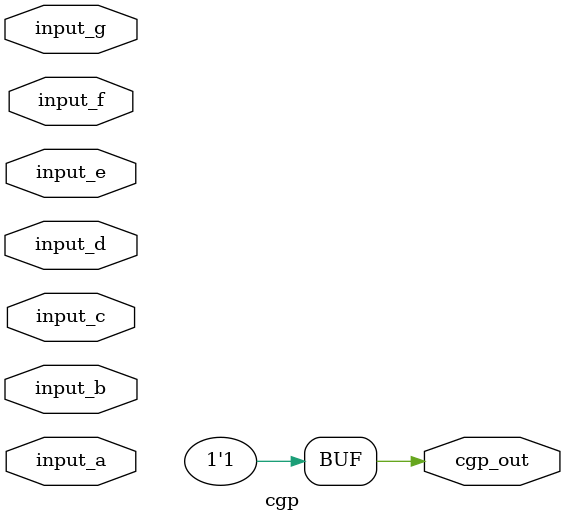
<source format=v>
module cgp(input [1:0] input_a, input [1:0] input_b, input [1:0] input_c, input [1:0] input_d, input [1:0] input_e, input [1:0] input_f, input [1:0] input_g, output [0:0] cgp_out);
  wire cgp_core_017;
  wire cgp_core_018;
  wire cgp_core_019;
  wire cgp_core_020;
  wire cgp_core_021;
  wire cgp_core_024;
  wire cgp_core_026;
  wire cgp_core_027_not;
  wire cgp_core_028_not;
  wire cgp_core_029;
  wire cgp_core_039_not;
  wire cgp_core_041_not;
  wire cgp_core_042;
  wire cgp_core_043;
  wire cgp_core_046;
  wire cgp_core_047;
  wire cgp_core_049_not;
  wire cgp_core_050;
  wire cgp_core_051;
  wire cgp_core_052;
  wire cgp_core_053;
  wire cgp_core_054;
  wire cgp_core_055;
  wire cgp_core_058;
  wire cgp_core_059;
  wire cgp_core_060;
  wire cgp_core_061;
  wire cgp_core_063;
  wire cgp_core_064_not;
  wire cgp_core_066;
  wire cgp_core_068;
  wire cgp_core_069;
  wire cgp_core_070;
  wire cgp_core_071;
  wire cgp_core_072;
  wire cgp_core_073;
  wire cgp_core_074;
  wire cgp_core_075;
  wire cgp_core_077;
  wire cgp_core_078;
  wire cgp_core_079;

  assign cgp_core_017 = input_a[0] ^ input_e[0];
  assign cgp_core_018 = input_b[0] ^ input_d[1];
  assign cgp_core_019 = input_c[1] ^ input_e[0];
  assign cgp_core_020 = ~(input_e[1] & cgp_core_017);
  assign cgp_core_021 = cgp_core_018 ^ input_c[1];
  assign cgp_core_024 = ~(input_b[0] & input_g[0]);
  assign cgp_core_026 = input_e[1] | input_g[1];
  assign cgp_core_027_not = ~cgp_core_024;
  assign cgp_core_028_not = ~cgp_core_024;
  assign cgp_core_029 = input_d[0] ^ cgp_core_028_not;
  assign cgp_core_039_not = ~input_f[1];
  assign cgp_core_041_not = ~input_g[1];
  assign cgp_core_042 = input_b[0] ^ input_f[0];
  assign cgp_core_043 = input_b[0] & input_e[0];
  assign cgp_core_046 = ~(input_a[1] | input_g[0]);
  assign cgp_core_047 = input_c[1] & input_f[0];
  assign cgp_core_049_not = ~cgp_core_042;
  assign cgp_core_050 = input_a[0] & input_g[0];
  assign cgp_core_051 = ~(input_d[0] | input_g[1]);
  assign cgp_core_052 = input_d[0] & input_c[0];
  assign cgp_core_053 = ~(input_b[1] & cgp_core_050);
  assign cgp_core_054 = cgp_core_051 & cgp_core_050;
  assign cgp_core_055 = cgp_core_052 & input_b[0];
  assign cgp_core_058 = ~input_a[1];
  assign cgp_core_059 = ~(cgp_core_041_not & cgp_core_058);
  assign cgp_core_060 = ~(input_d[0] & input_c[1]);
  assign cgp_core_061 = ~input_d[1];
  assign cgp_core_063 = input_c[0] & input_g[1];
  assign cgp_core_064_not = ~input_f[1];
  assign cgp_core_066 = ~input_g[0];
  assign cgp_core_068 = input_a[1] & input_c[0];
  assign cgp_core_069 = ~(input_a[1] ^ input_c[1]);
  assign cgp_core_070 = input_c[1] & input_a[0];
  assign cgp_core_071 = cgp_core_049_not ^ cgp_core_049_not;
  assign cgp_core_072 = input_d[0] & cgp_core_071;
  assign cgp_core_073 = cgp_core_072 | input_f[0];
  assign cgp_core_074 = input_g[1] | input_a[1];
  assign cgp_core_075 = cgp_core_074 & cgp_core_070;
  assign cgp_core_077 = cgp_core_059 | input_f[0];
  assign cgp_core_078 = ~(cgp_core_063 & input_b[0]);
  assign cgp_core_079 = input_e[0] | input_c[1];

  assign cgp_out[0] = 1'b1;
endmodule
</source>
